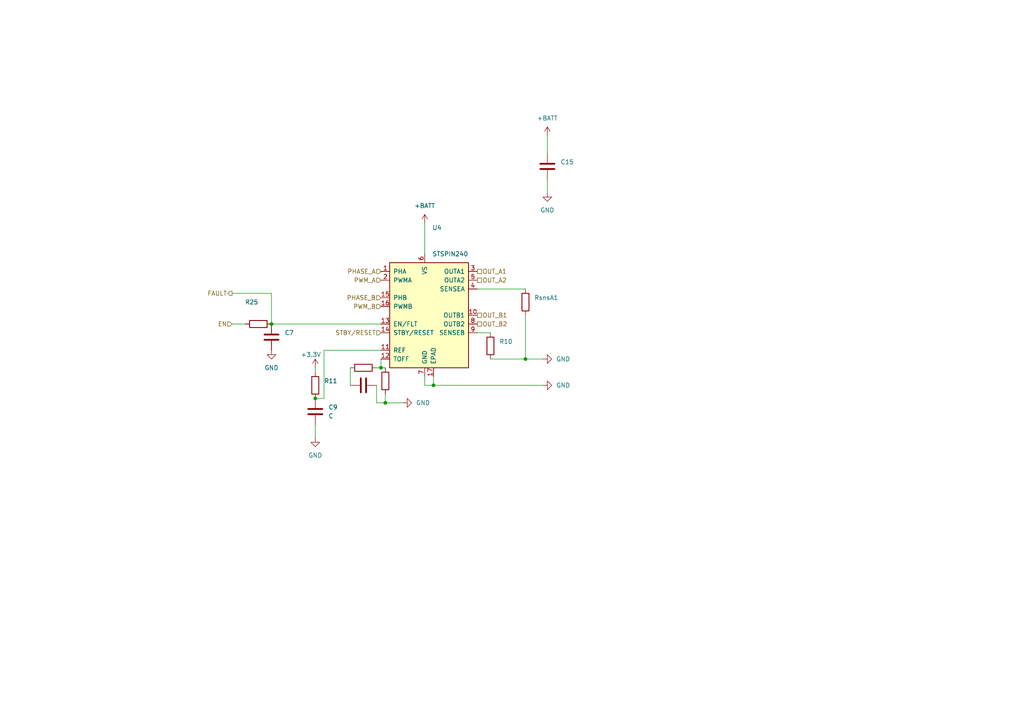
<source format=kicad_sch>
(kicad_sch (version 20230121) (generator eeschema)
  (paper "A4")
  (lib_symbols
    (symbol "Device:C" (pin_numbers hide) (pin_names (offset 0.254))
      (property "Reference" "C" (at 0.635 2.54 0))
      (property "Value" "C" (at 0.635 -2.54 0))
      (symbol "C_0_1"
        (polyline (pts (xy -2.032 -0.762) (xy 2.032 -0.762)) (stroke (width 0.508)))
        (polyline (pts (xy -2.032 0.762) (xy 2.032 0.762)) (stroke (width 0.508)))
      )
      (symbol "C_1_1"
        (pin passive line (at 0 3.81 270) (length 2.794) (name "~") (number "1"))
        (pin passive line (at 0 -3.81 90) (length 2.794) (name "~") (number "2"))
      )
    )
    (symbol "Device:R" (pin_numbers hide) (pin_names (offset 0))
      (property "Reference" "R" (at 2.032 0 90))
      (property "Value" "R" (at 0 0 90))
      (symbol "R_0_1"
        (rectangle (start -1.016 -2.54) (end 1.016 2.54) (stroke (width 0.254)))
      )
      (symbol "R_1_1"
        (pin passive line (at 0 3.81 270) (length 1.27) (name "~") (number "1"))
        (pin passive line (at 0 -3.81 90) (length 1.27) (name "~") (number "2"))
      )
    )
    (symbol "Driver_Motor:STSPIN240" (pin_names (offset 1.016))
      (property "Reference" "U" (at -10.16 16.51 0))
      (property "Value" "STSPIN240" (at 5.08 16.51 0))
      (symbol "STSPIN240_0_1"
        (rectangle (start -10.16 15.24) (end 12.7 -15.24) (stroke (width 0.254)) (fill (type background)))
      )
      (symbol "STSPIN240_1_1"
        (pin input line (at -12.7 12.7 0) (length 2.54) (name "PHA") (number "1"))
        (pin power_out line (at 15.24 0 180) (length 2.54) (name "OUTB1") (number "10"))
        (pin input line (at -12.7 -10.16 0) (length 2.54) (name "REF") (number "11"))
        (pin input line (at -12.7 -12.7 0) (length 2.54) (name "TOFF") (number "12"))
        (pin bidirectional line (at -12.7 -2.54 0) (length 2.54) (name "EN/FLT") (number "13"))
        (pin input line (at -12.7 -5.08 0) (length 2.54) (name "STBY/RESET") (number "14"))
        (pin input line (at -12.7 5.08 0) (length 2.54) (name "PHB") (number "15"))
        (pin input line (at -12.7 2.54 0) (length 2.54) (name "PWMB") (number "16"))
        (pin power_in line (at 2.54 -17.78 90) (length 2.54) (name "EPAD") (number "17"))
        (pin input line (at -12.7 10.16 0) (length 2.54) (name "PWMA") (number "2"))
        (pin power_out line (at 15.24 12.7 180) (length 2.54) (name "OUTA1") (number "3"))
        (pin power_out line (at 15.24 7.62 180) (length 2.54) (name "SENSEA") (number "4"))
        (pin power_out line (at 15.24 10.16 180) (length 2.54) (name "OUTA2") (number "5"))
        (pin power_in line (at 0 17.78 270) (length 2.54) (name "VS") (number "6"))
        (pin power_in line (at 0 -17.78 90) (length 2.54) (name "GND") (number "7"))
        (pin power_out line (at 15.24 -2.54 180) (length 2.54) (name "OUTB2") (number "8"))
        (pin power_out line (at 15.24 -5.08 180) (length 2.54) (name "SENSEB") (number "9"))
      )
    )
    (symbol "power:+3.3V" (power) (pin_names (offset 0))
      (property "Value" "+3.3V" (at 0 3.556 0))
      (symbol "+3.3V_0_1"
        (polyline (pts (xy -0.762 1.27) (xy 0 2.54)))
        (polyline (pts (xy 0 0) (xy 0 2.54)))
        (polyline (pts (xy 0 2.54) (xy 0.762 1.27)))
      )
      (symbol "+3.3V_1_1"
        (pin power_in line (at 0 0 90) (length 0) hide (name "+3.3V") (number "1"))
      )
    )
    (symbol "power:+BATT" (power) (pin_names (offset 0))
      (property "Value" "+BATT" (at 0 3.556 0))
      (symbol "+BATT_0_1"
        (polyline (pts (xy -0.762 1.27) (xy 0 2.54)))
        (polyline (pts (xy 0 0) (xy 0 2.54)))
        (polyline (pts (xy 0 2.54) (xy 0.762 1.27)))
      )
      (symbol "+BATT_1_1"
        (pin power_in line (at 0 0 90) (length 0) hide (name "+BATT") (number "1"))
      )
    )
    (symbol "power:GND" (power) (pin_names (offset 0))
      (property "Value" "GND" (at 0 -3.81 0))
      (symbol "GND_0_1"
        (polyline (pts (xy 0 0) (xy 0 -1.27) (xy 1.27 -1.27) (xy 0 -2.54) (xy -1.27 -1.27) (xy 0 -1.27)))
      )
      (symbol "GND_1_1"
        (pin power_in line (at 0 0 270) (length 0) hide (name "GND") (number "1"))
      )
    )
  )
  (junction (at 125.73 111.76))
  (junction (at 110.49 106.68))
  (junction (at 91.44 115.57))
  (junction (at 111.76 116.84))
  (junction (at 152.4 104.14))
  (junction (at 78.74 93.98))
  (wire (pts (xy 142.24 104.14) (xy 152.4 104.14)))
  (wire (pts (xy 93.98 101.6) (xy 93.98 115.57)))
  (wire (pts (xy 125.73 111.76) (xy 123.19 111.76)))
  (wire (pts (xy 67.31 85.09) (xy 78.74 85.09)))
  (wire (pts (xy 91.44 115.57) (xy 93.98 115.57)))
  (wire (pts (xy 110.49 101.6) (xy 93.98 101.6)))
  (wire (pts (xy 109.22 106.68) (xy 110.49 106.68)))
  (wire (pts (xy 123.19 111.76) (xy 123.19 109.22)))
  (wire (pts (xy 111.76 106.68) (xy 110.49 106.68)))
  (wire (pts (xy 152.4 91.44) (xy 152.4 104.14)))
  (wire (pts (xy 138.43 96.52) (xy 142.24 96.52)))
  (wire (pts (xy 158.75 39.37) (xy 158.75 44.45)))
  (wire (pts (xy 111.76 114.3) (xy 111.76 116.84)))
  (wire (pts (xy 101.6 111.76) (xy 101.6 106.68)))
  (wire (pts (xy 110.49 106.68) (xy 110.49 104.14)))
  (wire (pts (xy 138.43 83.82) (xy 152.4 83.82)))
  (wire (pts (xy 109.22 116.84) (xy 111.76 116.84)))
  (wire (pts (xy 78.74 93.98) (xy 110.49 93.98)))
  (wire (pts (xy 158.75 52.07) (xy 158.75 55.88)))
  (wire (pts (xy 91.44 123.19) (xy 91.44 127)))
  (wire (pts (xy 67.31 93.98) (xy 71.12 93.98)))
  (wire (pts (xy 109.22 111.76) (xy 109.22 116.84)))
  (wire (pts (xy 111.76 116.84) (xy 116.84 116.84)))
  (wire (pts (xy 78.74 85.09) (xy 78.74 93.98)))
  (wire (pts (xy 125.73 109.22) (xy 125.73 111.76)))
  (wire (pts (xy 91.44 106.68) (xy 91.44 107.95)))
  (wire (pts (xy 123.19 64.77) (xy 123.19 73.66)))
  (wire (pts (xy 152.4 104.14) (xy 157.48 104.14)))
  (wire (pts (xy 157.48 111.76) (xy 125.73 111.76)))
  (hierarchical_label "PHASE_A" (shape input) (at 110.49 78.74 180))
  (hierarchical_label "OUT_A2" (shape passive) (at 138.43 81.28 0))
  (hierarchical_label "PWM_A" (shape input) (at 110.49 81.28 180))
  (hierarchical_label "FAULT" (shape output) (at 67.31 85.09 180))
  (hierarchical_label "PHASE_B" (shape input) (at 110.49 86.36 180))
  (hierarchical_label "PWM_B" (shape input) (at 110.49 88.9 180))
  (hierarchical_label "OUT_B2" (shape passive) (at 138.43 93.98 0))
  (hierarchical_label "OUT_A1" (shape passive) (at 138.43 78.74 0))
  (hierarchical_label "OUT_B1" (shape passive) (at 138.43 91.44 0))
  (hierarchical_label "STBY{slash}RESET" (shape input) (at 110.49 96.52 180))
  (hierarchical_label "EN" (shape input) (at 67.31 93.98 180))
  (symbol (lib_id "power:+BATT") (at 158.75 39.37 0) (unit 1)
    (property "Reference" "#PWR031" (effects hide))
    (property "Value" "+BATT" (at 158.75 34.29 0))
  )
  (symbol (lib_id "power:GND") (at 158.75 55.88 0) (unit 1)
    (property "Reference" "#PWR032" (effects hide))
    (property "Value" "GND" (at 158.75 60.96 0))
  )
  (symbol (lib_id "Device:C") (at 158.75 48.26 0) (unit 1)
    (property "Reference" "C15" (at 162.56 46.99 0) (effects (justify left)))
    (property "Value" "2.2µF" (effects hide))
    (property "Footprint" "Capacitor_SMD:C_0603_1608Metric" (effects hide))
  )
  (symbol (lib_id "power:GND") (at 157.48 104.14 90) (unit 1)
    (property "Reference" "#PWR020" (effects hide))
    (property "Value" "GND" (at 161.29 104.14 90) (effects (justify right)))
  )
  (symbol (lib_id "Device:C") (at 91.44 119.38 0) (unit 1)
    (property "Reference" "C9" (at 95.25 118.11 0) (effects (justify left)))
    (property "Value" "C" (at 95.25 120.65 0) (effects (justify left)))
    (property "Footprint" "Capacitor_SMD:C_0603_1608Metric" (effects hide))
  )
  (symbol (lib_id "Device:C") (at 105.41 111.76 90) (unit 1)
    (property "Reference" "C8" (effects hide))
    (property "Value" "22n" (effects hide))
    (property "Footprint" "Capacitor_SMD:C_0603_1608Metric" (effects hide))
  )
  (symbol (lib_id "Device:R") (at 111.76 110.49 180) (unit 1)
    (property "Reference" "ROFF1" (effects hide))
    (property "Value" "47k" (effects hide))
    (property "Footprint" "Resistor_SMD:R_0603_1608Metric" (effects hide))
  )
  (symbol (lib_id "Device:R") (at 152.4 87.63 180) (unit 1)
    (property "Reference" "RsnsA1" (at 154.94 86.36 0) (effects (justify right)))
    (property "Value" "330m" (effects hide))
    (property "Footprint" "Resistor_SMD:R_0603_1608Metric" (effects hide))
  )
  (symbol (lib_id "power:GND") (at 157.48 111.76 90) (unit 1)
    (property "Reference" "#PWR016" (effects hide))
    (property "Value" "GND" (at 161.29 111.76 90) (effects (justify right)))
  )
  (symbol (lib_id "Device:R") (at 142.24 100.33 0) (unit 1)
    (property "Reference" "R10" (at 144.78 99.06 0) (effects (justify left)))
    (property "Value" "330m" (effects hide))
    (property "Footprint" "Resistor_SMD:R_0603_1608Metric" (effects hide))
  )
  (symbol (lib_id "Device:R") (at 91.44 111.76 0) (unit 1)
    (property "Reference" "R11" (at 93.98 110.49 0) (effects (justify left)))
    (property "Value" "10k" (effects hide))
    (property "Footprint" "Resistor_SMD:R_0603_1608Metric" (effects hide))
  )
  (symbol (lib_id "Driver_Motor:STSPIN240") (at 123.19 91.44 0) (unit 1)
    (property "Reference" "U4" (at 125.3841 66.04 0) (effects (justify left)))
    (property "Value" "STSPIN240" (at 125.3841 73.66 0) (effects (justify left)))
    (property "Footprint" "Package_DFN_QFN:VQFN-16-1EP_3x3mm_P0.5mm_EP1.8x1.8mm" (effects hide))
    (property "Datasheet" "www.st.com/resource/en/datasheet/stspin240.pdf" (effects hide))
  )
  (symbol (lib_id "Device:R") (at 105.41 106.68 90) (unit 1)
    (property "Reference" "RRCOFF2" (effects hide))
    (property "Value" "1k" (effects hide))
    (property "Footprint" "Resistor_SMD:R_0603_1608Metric" (effects hide))
  )
  (symbol (lib_id "Device:R") (at 74.93 93.98 90) (unit 1)
    (property "Reference" "R25" (at 74.93 87.63 90) (effects (justify left)))
    (property "Value" "18k" (effects hide))
    (property "Footprint" "Resistor_SMD:R_0603_1608Metric" (effects hide))
  )
  (symbol (lib_id "power:GND") (at 78.74 101.6 0) (unit 1)
    (property "Reference" "#PWR023" (effects hide))
    (property "Value" "GND" (at 78.74 106.68 0))
  )
  (symbol (lib_id "power:GND") (at 91.44 127 0) (unit 1)
    (property "Reference" "#PWR022" (effects hide))
    (property "Value" "GND" (at 91.44 132.08 0))
  )
  (symbol (lib_id "power:+3.3V") (at 91.44 106.68 0) (unit 1)
    (property "Reference" "#PWR017" (effects hide))
    (property "Value" "+3.3V" (at 90.17 102.87 0))
  )
  (symbol (lib_id "Device:C") (at 78.74 97.79 0) (unit 1)
    (property "Reference" "C7" (at 82.55 96.52 0) (effects (justify left)))
    (property "Value" "10n" (effects hide))
    (property "Footprint" "Capacitor_SMD:C_0603_1608Metric" (effects hide))
  )
  (symbol (lib_id "power:GND") (at 116.84 116.84 90) (unit 1)
    (property "Reference" "#PWR021" (effects hide))
    (property "Value" "GND" (at 120.65 116.84 90) (effects (justify right)))
  )
  (symbol (lib_id "power:+BATT") (at 123.19 64.77 0) (unit 1)
    (property "Reference" "#PWR015" (effects hide))
    (property "Value" "+BATT" (at 123.19 59.69 0))
  )
)
</source>
